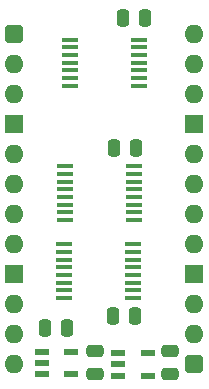
<source format=gts>
%TF.GenerationSoftware,KiCad,Pcbnew,7.0.5*%
%TF.CreationDate,2024-03-06T21:59:26+02:00*%
%TF.ProjectId,Video Main Memory Select,56696465-6f20-44d6-9169-6e204d656d6f,V0*%
%TF.SameCoordinates,PX54c81a0PY37b6b20*%
%TF.FileFunction,Soldermask,Top*%
%TF.FilePolarity,Negative*%
%FSLAX46Y46*%
G04 Gerber Fmt 4.6, Leading zero omitted, Abs format (unit mm)*
G04 Created by KiCad (PCBNEW 7.0.5) date 2024-03-06 21:59:26*
%MOMM*%
%LPD*%
G01*
G04 APERTURE LIST*
G04 Aperture macros list*
%AMRoundRect*
0 Rectangle with rounded corners*
0 $1 Rounding radius*
0 $2 $3 $4 $5 $6 $7 $8 $9 X,Y pos of 4 corners*
0 Add a 4 corners polygon primitive as box body*
4,1,4,$2,$3,$4,$5,$6,$7,$8,$9,$2,$3,0*
0 Add four circle primitives for the rounded corners*
1,1,$1+$1,$2,$3*
1,1,$1+$1,$4,$5*
1,1,$1+$1,$6,$7*
1,1,$1+$1,$8,$9*
0 Add four rect primitives between the rounded corners*
20,1,$1+$1,$2,$3,$4,$5,0*
20,1,$1+$1,$4,$5,$6,$7,0*
20,1,$1+$1,$6,$7,$8,$9,0*
20,1,$1+$1,$8,$9,$2,$3,0*%
G04 Aperture macros list end*
%ADD10R,1.150000X0.600000*%
%ADD11R,1.475000X0.450000*%
%ADD12R,1.250000X0.600000*%
%ADD13R,1.450000X0.450000*%
%ADD14RoundRect,0.250000X0.475000X-0.250000X0.475000X0.250000X-0.475000X0.250000X-0.475000X-0.250000X0*%
%ADD15RoundRect,0.400000X-0.400000X-0.400000X0.400000X-0.400000X0.400000X0.400000X-0.400000X0.400000X0*%
%ADD16O,1.600000X1.600000*%
%ADD17R,1.600000X1.600000*%
%ADD18RoundRect,0.250000X0.250000X0.475000X-0.250000X0.475000X-0.250000X-0.475000X0.250000X-0.475000X0*%
G04 APERTURE END LIST*
D10*
%TO.C,IC7*%
X8733000Y-26990000D03*
X8733000Y-27940000D03*
X8733000Y-28890000D03*
X11333000Y-28890000D03*
X11333000Y-26990000D03*
%TD*%
D11*
%TO.C,IC4*%
X4682000Y-463000D03*
X4682000Y-1113000D03*
X4682000Y-1763000D03*
X4682000Y-2413000D03*
X4682000Y-3063000D03*
X4682000Y-3713000D03*
X4682000Y-4363000D03*
X10558000Y-4363000D03*
X10558000Y-3713000D03*
X10558000Y-3063000D03*
X10558000Y-2413000D03*
X10558000Y-1763000D03*
X10558000Y-1113000D03*
X10558000Y-463000D03*
%TD*%
D12*
%TO.C,IC3*%
X2306000Y-26863000D03*
X2306000Y-27813000D03*
X2306000Y-28763000D03*
X4806000Y-28763000D03*
X4806000Y-26863000D03*
%TD*%
D13*
%TO.C,IC2*%
X4187000Y-17791000D03*
X4187000Y-18441000D03*
X4187000Y-19091000D03*
X4187000Y-19741000D03*
X4187000Y-20391000D03*
X4187000Y-21041000D03*
X4187000Y-21691000D03*
X4187000Y-22341000D03*
X10037000Y-22341000D03*
X10037000Y-21691000D03*
X10037000Y-21041000D03*
X10037000Y-20391000D03*
X10037000Y-19741000D03*
X10037000Y-19091000D03*
X10037000Y-18441000D03*
X10037000Y-17791000D03*
%TD*%
%TO.C,IC1*%
X4314000Y-11187000D03*
X4314000Y-11837000D03*
X4314000Y-12487000D03*
X4314000Y-13137000D03*
X4314000Y-13787000D03*
X4314000Y-14437000D03*
X4314000Y-15087000D03*
X4314000Y-15737000D03*
X10164000Y-15737000D03*
X10164000Y-15087000D03*
X10164000Y-14437000D03*
X10164000Y-13787000D03*
X10164000Y-13137000D03*
X10164000Y-12487000D03*
X10164000Y-11837000D03*
X10164000Y-11187000D03*
%TD*%
D14*
%TO.C,C9*%
X13208000Y-28747000D03*
X13208000Y-26847000D03*
%TD*%
D15*
%TO.C,J1*%
X0Y0D03*
D16*
X0Y-2540000D03*
X0Y-5080000D03*
D17*
X0Y-7620000D03*
D16*
X0Y-10160000D03*
X0Y-12700000D03*
X0Y-15240000D03*
X0Y-17780000D03*
D17*
X0Y-20320000D03*
D16*
X0Y-22860000D03*
X0Y-25400000D03*
X0Y-27940000D03*
D15*
X15240000Y-27940000D03*
D16*
X15240000Y-25400000D03*
X15240000Y-22860000D03*
D17*
X15240000Y-20320000D03*
D16*
X15240000Y-17780000D03*
X15240000Y-15240000D03*
X15240000Y-12700000D03*
X15240000Y-10160000D03*
D17*
X15240000Y-7620000D03*
D16*
X15240000Y-5080000D03*
X15240000Y-2540000D03*
X15240000Y0D03*
%TD*%
D18*
%TO.C,C3*%
X11094000Y1397000D03*
X9194000Y1397000D03*
%TD*%
%TO.C,C1*%
X10205000Y-23876000D03*
X8305000Y-23876000D03*
%TD*%
D14*
%TO.C,C8*%
X6858000Y-28747000D03*
X6858000Y-26847000D03*
%TD*%
D18*
%TO.C,C5*%
X4490000Y-24892000D03*
X2590000Y-24892000D03*
%TD*%
%TO.C,C2*%
X10332000Y-9652000D03*
X8432000Y-9652000D03*
%TD*%
M02*

</source>
